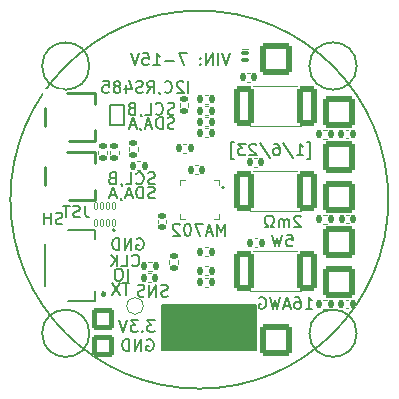
<source format=gbo>
G04 #@! TF.GenerationSoftware,KiCad,Pcbnew,(6.0.7-1)-1*
G04 #@! TF.CreationDate,2023-01-06T02:07:54-05:00*
G04 #@! TF.ProjectId,O32controller,4f333263-6f6e-4747-926f-6c6c65722e6b,rev?*
G04 #@! TF.SameCoordinates,Original*
G04 #@! TF.FileFunction,Legend,Bot*
G04 #@! TF.FilePolarity,Positive*
%FSLAX46Y46*%
G04 Gerber Fmt 4.6, Leading zero omitted, Abs format (unit mm)*
G04 Created by KiCad (PCBNEW (6.0.7-1)-1) date 2023-01-06 02:07:54*
%MOMM*%
%LPD*%
G01*
G04 APERTURE LIST*
G04 Aperture macros list*
%AMRoundRect*
0 Rectangle with rounded corners*
0 $1 Rounding radius*
0 $2 $3 $4 $5 $6 $7 $8 $9 X,Y pos of 4 corners*
0 Add a 4 corners polygon primitive as box body*
4,1,4,$2,$3,$4,$5,$6,$7,$8,$9,$2,$3,0*
0 Add four circle primitives for the rounded corners*
1,1,$1+$1,$2,$3*
1,1,$1+$1,$4,$5*
1,1,$1+$1,$6,$7*
1,1,$1+$1,$8,$9*
0 Add four rect primitives between the rounded corners*
20,1,$1+$1,$2,$3,$4,$5,0*
20,1,$1+$1,$4,$5,$6,$7,0*
20,1,$1+$1,$6,$7,$8,$9,0*
20,1,$1+$1,$8,$9,$2,$3,0*%
G04 Aperture macros list end*
%ADD10C,0.150000*%
%ADD11C,0.120000*%
%ADD12C,0.200000*%
%ADD13C,0.127000*%
%ADD14C,0.300000*%
%ADD15C,0.254000*%
%ADD16RoundRect,0.140000X-0.140000X-0.170000X0.140000X-0.170000X0.140000X0.170000X-0.140000X0.170000X0*%
%ADD17RoundRect,0.269607X-1.105393X-1.105393X1.105393X-1.105393X1.105393X1.105393X-1.105393X1.105393X0*%
%ADD18C,0.700000*%
%ADD19RoundRect,0.176470X-0.723530X-0.723530X0.723530X-0.723530X0.723530X0.723530X-0.723530X0.723530X0*%
%ADD20RoundRect,0.135000X0.135000X0.185000X-0.135000X0.185000X-0.135000X-0.185000X0.135000X-0.185000X0*%
%ADD21RoundRect,0.140000X0.140000X0.170000X-0.140000X0.170000X-0.140000X-0.170000X0.140000X-0.170000X0*%
%ADD22R,0.711200X0.254000*%
%ADD23R,0.254000X0.711200*%
%ADD24R,1.701800X1.701800*%
%ADD25RoundRect,0.135000X-0.185000X0.135000X-0.185000X-0.135000X0.185000X-0.135000X0.185000X0.135000X0*%
%ADD26RoundRect,0.050000X0.100000X-0.285000X0.100000X0.285000X-0.100000X0.285000X-0.100000X-0.285000X0*%
%ADD27RoundRect,0.135000X-0.135000X-0.185000X0.135000X-0.185000X0.135000X0.185000X-0.135000X0.185000X0*%
%ADD28RoundRect,0.140000X-0.170000X0.140000X-0.170000X-0.140000X0.170000X-0.140000X0.170000X0.140000X0*%
%ADD29R,1.550000X0.600000*%
%ADD30R,1.800000X1.200000*%
%ADD31RoundRect,0.255000X0.595000X1.445000X-0.595000X1.445000X-0.595000X-1.445000X0.595000X-1.445000X0*%
%ADD32RoundRect,0.087500X-0.212500X0.087500X-0.212500X-0.087500X0.212500X-0.087500X0.212500X0.087500X0*%
%ADD33C,1.000000*%
%ADD34RoundRect,0.135000X0.185000X-0.135000X0.185000X0.135000X-0.185000X0.135000X-0.185000X-0.135000X0*%
G04 APERTURE END LIST*
D10*
X40686000Y-61314000D02*
G75*
G03*
X40686000Y-61314000I-2000000J0D01*
G01*
X43650000Y-43650000D02*
X42450000Y-43650000D01*
X42450000Y-43650000D02*
X42450000Y-41950000D01*
X42450000Y-41950000D02*
X43650000Y-41950000D01*
X43650000Y-41950000D02*
X43650000Y-43650000D01*
X63314000Y-61314000D02*
G75*
G03*
X63314000Y-61314000I-2000000J0D01*
G01*
X40686000Y-38686000D02*
G75*
G03*
X40686000Y-38686000I-2000000J0D01*
G01*
X66000000Y-50000000D02*
G75*
G03*
X66000000Y-50000000I-16000000J0D01*
G01*
X46850000Y-62700000D02*
X54800000Y-62700000D01*
X54800000Y-62700000D02*
X54800000Y-58900000D01*
X54800000Y-58900000D02*
X46850000Y-58900000D01*
X46850000Y-58900000D02*
X46850000Y-62700000D01*
G36*
X46850000Y-62700000D02*
G01*
X54800000Y-62700000D01*
X54800000Y-58900000D01*
X46850000Y-58900000D01*
X46850000Y-62700000D01*
G37*
X63314000Y-38686000D02*
G75*
G03*
X63314000Y-38686000I-2000000J0D01*
G01*
X47880952Y-43954761D02*
X47738095Y-44002380D01*
X47500000Y-44002380D01*
X47404761Y-43954761D01*
X47357142Y-43907142D01*
X47309523Y-43811904D01*
X47309523Y-43716666D01*
X47357142Y-43621428D01*
X47404761Y-43573809D01*
X47500000Y-43526190D01*
X47690476Y-43478571D01*
X47785714Y-43430952D01*
X47833333Y-43383333D01*
X47880952Y-43288095D01*
X47880952Y-43192857D01*
X47833333Y-43097619D01*
X47785714Y-43050000D01*
X47690476Y-43002380D01*
X47452380Y-43002380D01*
X47309523Y-43050000D01*
X46880952Y-44002380D02*
X46880952Y-43002380D01*
X46642857Y-43002380D01*
X46500000Y-43050000D01*
X46404761Y-43145238D01*
X46357142Y-43240476D01*
X46309523Y-43430952D01*
X46309523Y-43573809D01*
X46357142Y-43764285D01*
X46404761Y-43859523D01*
X46500000Y-43954761D01*
X46642857Y-44002380D01*
X46880952Y-44002380D01*
X45928571Y-43716666D02*
X45452380Y-43716666D01*
X46023809Y-44002380D02*
X45690476Y-43002380D01*
X45357142Y-44002380D01*
X44976190Y-43954761D02*
X44976190Y-44002380D01*
X45023809Y-44097619D01*
X45071428Y-44145238D01*
X44595238Y-43716666D02*
X44119047Y-43716666D01*
X44690476Y-44002380D02*
X44357142Y-43002380D01*
X44023809Y-44002380D01*
X47878571Y-42754761D02*
X47735714Y-42802380D01*
X47497619Y-42802380D01*
X47402380Y-42754761D01*
X47354761Y-42707142D01*
X47307142Y-42611904D01*
X47307142Y-42516666D01*
X47354761Y-42421428D01*
X47402380Y-42373809D01*
X47497619Y-42326190D01*
X47688095Y-42278571D01*
X47783333Y-42230952D01*
X47830952Y-42183333D01*
X47878571Y-42088095D01*
X47878571Y-41992857D01*
X47830952Y-41897619D01*
X47783333Y-41850000D01*
X47688095Y-41802380D01*
X47450000Y-41802380D01*
X47307142Y-41850000D01*
X46307142Y-42707142D02*
X46354761Y-42754761D01*
X46497619Y-42802380D01*
X46592857Y-42802380D01*
X46735714Y-42754761D01*
X46830952Y-42659523D01*
X46878571Y-42564285D01*
X46926190Y-42373809D01*
X46926190Y-42230952D01*
X46878571Y-42040476D01*
X46830952Y-41945238D01*
X46735714Y-41850000D01*
X46592857Y-41802380D01*
X46497619Y-41802380D01*
X46354761Y-41850000D01*
X46307142Y-41897619D01*
X45402380Y-42802380D02*
X45878571Y-42802380D01*
X45878571Y-41802380D01*
X45021428Y-42754761D02*
X45021428Y-42802380D01*
X45069047Y-42897619D01*
X45116666Y-42945238D01*
X44259523Y-42278571D02*
X44116666Y-42326190D01*
X44069047Y-42373809D01*
X44021428Y-42469047D01*
X44021428Y-42611904D01*
X44069047Y-42707142D01*
X44116666Y-42754761D01*
X44211904Y-42802380D01*
X44592857Y-42802380D01*
X44592857Y-41802380D01*
X44259523Y-41802380D01*
X44164285Y-41850000D01*
X44116666Y-41897619D01*
X44069047Y-41992857D01*
X44069047Y-42088095D01*
X44116666Y-42183333D01*
X44164285Y-42230952D01*
X44259523Y-42278571D01*
X44592857Y-42278571D01*
X46228571Y-48654761D02*
X46085714Y-48702380D01*
X45847619Y-48702380D01*
X45752380Y-48654761D01*
X45704761Y-48607142D01*
X45657142Y-48511904D01*
X45657142Y-48416666D01*
X45704761Y-48321428D01*
X45752380Y-48273809D01*
X45847619Y-48226190D01*
X46038095Y-48178571D01*
X46133333Y-48130952D01*
X46180952Y-48083333D01*
X46228571Y-47988095D01*
X46228571Y-47892857D01*
X46180952Y-47797619D01*
X46133333Y-47750000D01*
X46038095Y-47702380D01*
X45800000Y-47702380D01*
X45657142Y-47750000D01*
X44657142Y-48607142D02*
X44704761Y-48654761D01*
X44847619Y-48702380D01*
X44942857Y-48702380D01*
X45085714Y-48654761D01*
X45180952Y-48559523D01*
X45228571Y-48464285D01*
X45276190Y-48273809D01*
X45276190Y-48130952D01*
X45228571Y-47940476D01*
X45180952Y-47845238D01*
X45085714Y-47750000D01*
X44942857Y-47702380D01*
X44847619Y-47702380D01*
X44704761Y-47750000D01*
X44657142Y-47797619D01*
X43752380Y-48702380D02*
X44228571Y-48702380D01*
X44228571Y-47702380D01*
X43371428Y-48654761D02*
X43371428Y-48702380D01*
X43419047Y-48797619D01*
X43466666Y-48845238D01*
X42609523Y-48178571D02*
X42466666Y-48226190D01*
X42419047Y-48273809D01*
X42371428Y-48369047D01*
X42371428Y-48511904D01*
X42419047Y-48607142D01*
X42466666Y-48654761D01*
X42561904Y-48702380D01*
X42942857Y-48702380D01*
X42942857Y-47702380D01*
X42609523Y-47702380D01*
X42514285Y-47750000D01*
X42466666Y-47797619D01*
X42419047Y-47892857D01*
X42419047Y-47988095D01*
X42466666Y-48083333D01*
X42514285Y-48130952D01*
X42609523Y-48178571D01*
X42942857Y-48178571D01*
X52590476Y-37602380D02*
X52257142Y-38602380D01*
X51923809Y-37602380D01*
X51590476Y-38602380D02*
X51590476Y-37602380D01*
X51114285Y-38602380D02*
X51114285Y-37602380D01*
X50542857Y-38602380D01*
X50542857Y-37602380D01*
X50066666Y-38507142D02*
X50019047Y-38554761D01*
X50066666Y-38602380D01*
X50114285Y-38554761D01*
X50066666Y-38507142D01*
X50066666Y-38602380D01*
X50066666Y-37983333D02*
X50019047Y-38030952D01*
X50066666Y-38078571D01*
X50114285Y-38030952D01*
X50066666Y-37983333D01*
X50066666Y-38078571D01*
X48923809Y-37602380D02*
X48257142Y-37602380D01*
X48685714Y-38602380D01*
X47876190Y-38221428D02*
X47114285Y-38221428D01*
X46114285Y-38602380D02*
X46685714Y-38602380D01*
X46400000Y-38602380D02*
X46400000Y-37602380D01*
X46495238Y-37745238D01*
X46590476Y-37840476D01*
X46685714Y-37888095D01*
X45209523Y-37602380D02*
X45685714Y-37602380D01*
X45733333Y-38078571D01*
X45685714Y-38030952D01*
X45590476Y-37983333D01*
X45352380Y-37983333D01*
X45257142Y-38030952D01*
X45209523Y-38078571D01*
X45161904Y-38173809D01*
X45161904Y-38411904D01*
X45209523Y-38507142D01*
X45257142Y-38554761D01*
X45352380Y-38602380D01*
X45590476Y-38602380D01*
X45685714Y-38554761D01*
X45733333Y-38507142D01*
X44876190Y-37602380D02*
X44542857Y-38602380D01*
X44209523Y-37602380D01*
X44061904Y-57052380D02*
X43490476Y-57052380D01*
X43776190Y-58052380D02*
X43776190Y-57052380D01*
X43252380Y-57052380D02*
X42585714Y-58052380D01*
X42585714Y-57052380D02*
X43252380Y-58052380D01*
X58990476Y-59252380D02*
X59561904Y-59252380D01*
X59276190Y-59252380D02*
X59276190Y-58252380D01*
X59371428Y-58395238D01*
X59466666Y-58490476D01*
X59561904Y-58538095D01*
X58133333Y-58252380D02*
X58323809Y-58252380D01*
X58419047Y-58300000D01*
X58466666Y-58347619D01*
X58561904Y-58490476D01*
X58609523Y-58680952D01*
X58609523Y-59061904D01*
X58561904Y-59157142D01*
X58514285Y-59204761D01*
X58419047Y-59252380D01*
X58228571Y-59252380D01*
X58133333Y-59204761D01*
X58085714Y-59157142D01*
X58038095Y-59061904D01*
X58038095Y-58823809D01*
X58085714Y-58728571D01*
X58133333Y-58680952D01*
X58228571Y-58633333D01*
X58419047Y-58633333D01*
X58514285Y-58680952D01*
X58561904Y-58728571D01*
X58609523Y-58823809D01*
X57657142Y-58966666D02*
X57180952Y-58966666D01*
X57752380Y-59252380D02*
X57419047Y-58252380D01*
X57085714Y-59252380D01*
X56847619Y-58252380D02*
X56609523Y-59252380D01*
X56419047Y-58538095D01*
X56228571Y-59252380D01*
X55990476Y-58252380D01*
X55085714Y-58300000D02*
X55180952Y-58252380D01*
X55323809Y-58252380D01*
X55466666Y-58300000D01*
X55561904Y-58395238D01*
X55609523Y-58490476D01*
X55657142Y-58680952D01*
X55657142Y-58823809D01*
X55609523Y-59014285D01*
X55561904Y-59109523D01*
X55466666Y-59204761D01*
X55323809Y-59252380D01*
X55228571Y-59252380D01*
X55085714Y-59204761D01*
X55038095Y-59157142D01*
X55038095Y-58823809D01*
X55228571Y-58823809D01*
X46226190Y-60202380D02*
X45607142Y-60202380D01*
X45940476Y-60583333D01*
X45797619Y-60583333D01*
X45702380Y-60630952D01*
X45654761Y-60678571D01*
X45607142Y-60773809D01*
X45607142Y-61011904D01*
X45654761Y-61107142D01*
X45702380Y-61154761D01*
X45797619Y-61202380D01*
X46083333Y-61202380D01*
X46178571Y-61154761D01*
X46226190Y-61107142D01*
X45178571Y-61107142D02*
X45130952Y-61154761D01*
X45178571Y-61202380D01*
X45226190Y-61154761D01*
X45178571Y-61107142D01*
X45178571Y-61202380D01*
X44797619Y-60202380D02*
X44178571Y-60202380D01*
X44511904Y-60583333D01*
X44369047Y-60583333D01*
X44273809Y-60630952D01*
X44226190Y-60678571D01*
X44178571Y-60773809D01*
X44178571Y-61011904D01*
X44226190Y-61107142D01*
X44273809Y-61154761D01*
X44369047Y-61202380D01*
X44654761Y-61202380D01*
X44750000Y-61154761D01*
X44797619Y-61107142D01*
X43892857Y-60202380D02*
X43559523Y-61202380D01*
X43226190Y-60202380D01*
X44295238Y-55557142D02*
X44342857Y-55604761D01*
X44485714Y-55652380D01*
X44580952Y-55652380D01*
X44723809Y-55604761D01*
X44819047Y-55509523D01*
X44866666Y-55414285D01*
X44914285Y-55223809D01*
X44914285Y-55080952D01*
X44866666Y-54890476D01*
X44819047Y-54795238D01*
X44723809Y-54700000D01*
X44580952Y-54652380D01*
X44485714Y-54652380D01*
X44342857Y-54700000D01*
X44295238Y-54747619D01*
X43390476Y-55652380D02*
X43866666Y-55652380D01*
X43866666Y-54652380D01*
X43057142Y-55652380D02*
X43057142Y-54652380D01*
X42485714Y-55652380D02*
X42914285Y-55080952D01*
X42485714Y-54652380D02*
X43057142Y-55223809D01*
X46230952Y-49854761D02*
X46088095Y-49902380D01*
X45850000Y-49902380D01*
X45754761Y-49854761D01*
X45707142Y-49807142D01*
X45659523Y-49711904D01*
X45659523Y-49616666D01*
X45707142Y-49521428D01*
X45754761Y-49473809D01*
X45850000Y-49426190D01*
X46040476Y-49378571D01*
X46135714Y-49330952D01*
X46183333Y-49283333D01*
X46230952Y-49188095D01*
X46230952Y-49092857D01*
X46183333Y-48997619D01*
X46135714Y-48950000D01*
X46040476Y-48902380D01*
X45802380Y-48902380D01*
X45659523Y-48950000D01*
X45230952Y-49902380D02*
X45230952Y-48902380D01*
X44992857Y-48902380D01*
X44850000Y-48950000D01*
X44754761Y-49045238D01*
X44707142Y-49140476D01*
X44659523Y-49330952D01*
X44659523Y-49473809D01*
X44707142Y-49664285D01*
X44754761Y-49759523D01*
X44850000Y-49854761D01*
X44992857Y-49902380D01*
X45230952Y-49902380D01*
X44278571Y-49616666D02*
X43802380Y-49616666D01*
X44373809Y-49902380D02*
X44040476Y-48902380D01*
X43707142Y-49902380D01*
X43326190Y-49854761D02*
X43326190Y-49902380D01*
X43373809Y-49997619D01*
X43421428Y-50045238D01*
X42945238Y-49616666D02*
X42469047Y-49616666D01*
X43040476Y-49902380D02*
X42707142Y-48902380D01*
X42373809Y-49902380D01*
X43923809Y-56852380D02*
X43923809Y-55852380D01*
X43257142Y-55852380D02*
X43066666Y-55852380D01*
X42971428Y-55900000D01*
X42876190Y-55995238D01*
X42828571Y-56185714D01*
X42828571Y-56519047D01*
X42876190Y-56709523D01*
X42971428Y-56804761D01*
X43066666Y-56852380D01*
X43257142Y-56852380D01*
X43352380Y-56804761D01*
X43447619Y-56709523D01*
X43495238Y-56519047D01*
X43495238Y-56185714D01*
X43447619Y-55995238D01*
X43352380Y-55900000D01*
X43257142Y-55852380D01*
X49069047Y-40952380D02*
X49069047Y-39952380D01*
X48640476Y-40047619D02*
X48592857Y-40000000D01*
X48497619Y-39952380D01*
X48259523Y-39952380D01*
X48164285Y-40000000D01*
X48116666Y-40047619D01*
X48069047Y-40142857D01*
X48069047Y-40238095D01*
X48116666Y-40380952D01*
X48688095Y-40952380D01*
X48069047Y-40952380D01*
X47069047Y-40857142D02*
X47116666Y-40904761D01*
X47259523Y-40952380D01*
X47354761Y-40952380D01*
X47497619Y-40904761D01*
X47592857Y-40809523D01*
X47640476Y-40714285D01*
X47688095Y-40523809D01*
X47688095Y-40380952D01*
X47640476Y-40190476D01*
X47592857Y-40095238D01*
X47497619Y-40000000D01*
X47354761Y-39952380D01*
X47259523Y-39952380D01*
X47116666Y-40000000D01*
X47069047Y-40047619D01*
X46592857Y-40904761D02*
X46592857Y-40952380D01*
X46640476Y-41047619D01*
X46688095Y-41095238D01*
X45592857Y-40952380D02*
X45926190Y-40476190D01*
X46164285Y-40952380D02*
X46164285Y-39952380D01*
X45783333Y-39952380D01*
X45688095Y-40000000D01*
X45640476Y-40047619D01*
X45592857Y-40142857D01*
X45592857Y-40285714D01*
X45640476Y-40380952D01*
X45688095Y-40428571D01*
X45783333Y-40476190D01*
X46164285Y-40476190D01*
X45211904Y-40904761D02*
X45069047Y-40952380D01*
X44830952Y-40952380D01*
X44735714Y-40904761D01*
X44688095Y-40857142D01*
X44640476Y-40761904D01*
X44640476Y-40666666D01*
X44688095Y-40571428D01*
X44735714Y-40523809D01*
X44830952Y-40476190D01*
X45021428Y-40428571D01*
X45116666Y-40380952D01*
X45164285Y-40333333D01*
X45211904Y-40238095D01*
X45211904Y-40142857D01*
X45164285Y-40047619D01*
X45116666Y-40000000D01*
X45021428Y-39952380D01*
X44783333Y-39952380D01*
X44640476Y-40000000D01*
X43783333Y-40285714D02*
X43783333Y-40952380D01*
X44021428Y-39904761D02*
X44259523Y-40619047D01*
X43640476Y-40619047D01*
X43116666Y-40380952D02*
X43211904Y-40333333D01*
X43259523Y-40285714D01*
X43307142Y-40190476D01*
X43307142Y-40142857D01*
X43259523Y-40047619D01*
X43211904Y-40000000D01*
X43116666Y-39952380D01*
X42926190Y-39952380D01*
X42830952Y-40000000D01*
X42783333Y-40047619D01*
X42735714Y-40142857D01*
X42735714Y-40190476D01*
X42783333Y-40285714D01*
X42830952Y-40333333D01*
X42926190Y-40380952D01*
X43116666Y-40380952D01*
X43211904Y-40428571D01*
X43259523Y-40476190D01*
X43307142Y-40571428D01*
X43307142Y-40761904D01*
X43259523Y-40857142D01*
X43211904Y-40904761D01*
X43116666Y-40952380D01*
X42926190Y-40952380D01*
X42830952Y-40904761D01*
X42783333Y-40857142D01*
X42735714Y-40761904D01*
X42735714Y-40571428D01*
X42783333Y-40476190D01*
X42830952Y-40428571D01*
X42926190Y-40380952D01*
X41830952Y-39952380D02*
X42307142Y-39952380D01*
X42354761Y-40428571D01*
X42307142Y-40380952D01*
X42211904Y-40333333D01*
X41973809Y-40333333D01*
X41878571Y-40380952D01*
X41830952Y-40428571D01*
X41783333Y-40523809D01*
X41783333Y-40761904D01*
X41830952Y-40857142D01*
X41878571Y-40904761D01*
X41973809Y-40952380D01*
X42211904Y-40952380D01*
X42307142Y-40904761D01*
X42354761Y-40857142D01*
X44711904Y-53300000D02*
X44807142Y-53252380D01*
X44950000Y-53252380D01*
X45092857Y-53300000D01*
X45188095Y-53395238D01*
X45235714Y-53490476D01*
X45283333Y-53680952D01*
X45283333Y-53823809D01*
X45235714Y-54014285D01*
X45188095Y-54109523D01*
X45092857Y-54204761D01*
X44950000Y-54252380D01*
X44854761Y-54252380D01*
X44711904Y-54204761D01*
X44664285Y-54157142D01*
X44664285Y-53823809D01*
X44854761Y-53823809D01*
X44235714Y-54252380D02*
X44235714Y-53252380D01*
X43664285Y-54252380D01*
X43664285Y-53252380D01*
X43188095Y-54252380D02*
X43188095Y-53252380D01*
X42950000Y-53252380D01*
X42807142Y-53300000D01*
X42711904Y-53395238D01*
X42664285Y-53490476D01*
X42616666Y-53680952D01*
X42616666Y-53823809D01*
X42664285Y-54014285D01*
X42711904Y-54109523D01*
X42807142Y-54204761D01*
X42950000Y-54252380D01*
X43188095Y-54252380D01*
X38409523Y-52054761D02*
X38266666Y-52102380D01*
X38028571Y-52102380D01*
X37933333Y-52054761D01*
X37885714Y-52007142D01*
X37838095Y-51911904D01*
X37838095Y-51816666D01*
X37885714Y-51721428D01*
X37933333Y-51673809D01*
X38028571Y-51626190D01*
X38219047Y-51578571D01*
X38314285Y-51530952D01*
X38361904Y-51483333D01*
X38409523Y-51388095D01*
X38409523Y-51292857D01*
X38361904Y-51197619D01*
X38314285Y-51150000D01*
X38219047Y-51102380D01*
X37980952Y-51102380D01*
X37838095Y-51150000D01*
X37409523Y-52102380D02*
X37409523Y-51102380D01*
X37409523Y-51578571D02*
X36838095Y-51578571D01*
X36838095Y-52102380D02*
X36838095Y-51102380D01*
X58592857Y-51442619D02*
X58545238Y-51395000D01*
X58450000Y-51347380D01*
X58211904Y-51347380D01*
X58116666Y-51395000D01*
X58069047Y-51442619D01*
X58021428Y-51537857D01*
X58021428Y-51633095D01*
X58069047Y-51775952D01*
X58640476Y-52347380D01*
X58021428Y-52347380D01*
X57592857Y-52347380D02*
X57592857Y-51680714D01*
X57592857Y-51775952D02*
X57545238Y-51728333D01*
X57450000Y-51680714D01*
X57307142Y-51680714D01*
X57211904Y-51728333D01*
X57164285Y-51823571D01*
X57164285Y-52347380D01*
X57164285Y-51823571D02*
X57116666Y-51728333D01*
X57021428Y-51680714D01*
X56878571Y-51680714D01*
X56783333Y-51728333D01*
X56735714Y-51823571D01*
X56735714Y-52347380D01*
X56307142Y-52347380D02*
X56069047Y-52347380D01*
X56069047Y-52156904D01*
X56164285Y-52109285D01*
X56259523Y-52014047D01*
X56307142Y-51871190D01*
X56307142Y-51633095D01*
X56259523Y-51490238D01*
X56164285Y-51395000D01*
X56021428Y-51347380D01*
X55830952Y-51347380D01*
X55688095Y-51395000D01*
X55592857Y-51490238D01*
X55545238Y-51633095D01*
X55545238Y-51871190D01*
X55592857Y-52014047D01*
X55688095Y-52109285D01*
X55783333Y-52156904D01*
X55783333Y-52347380D01*
X55545238Y-52347380D01*
X57402380Y-52957380D02*
X57878571Y-52957380D01*
X57926190Y-53433571D01*
X57878571Y-53385952D01*
X57783333Y-53338333D01*
X57545238Y-53338333D01*
X57450000Y-53385952D01*
X57402380Y-53433571D01*
X57354761Y-53528809D01*
X57354761Y-53766904D01*
X57402380Y-53862142D01*
X57450000Y-53909761D01*
X57545238Y-53957380D01*
X57783333Y-53957380D01*
X57878571Y-53909761D01*
X57926190Y-53862142D01*
X57021428Y-52957380D02*
X56783333Y-53957380D01*
X56592857Y-53243095D01*
X56402380Y-53957380D01*
X56164285Y-52957380D01*
X59145238Y-46585714D02*
X59383333Y-46585714D01*
X59383333Y-45157142D01*
X59145238Y-45157142D01*
X58240476Y-46252380D02*
X58811904Y-46252380D01*
X58526190Y-46252380D02*
X58526190Y-45252380D01*
X58621428Y-45395238D01*
X58716666Y-45490476D01*
X58811904Y-45538095D01*
X57097619Y-45204761D02*
X57954761Y-46490476D01*
X56335714Y-45252380D02*
X56526190Y-45252380D01*
X56621428Y-45300000D01*
X56669047Y-45347619D01*
X56764285Y-45490476D01*
X56811904Y-45680952D01*
X56811904Y-46061904D01*
X56764285Y-46157142D01*
X56716666Y-46204761D01*
X56621428Y-46252380D01*
X56430952Y-46252380D01*
X56335714Y-46204761D01*
X56288095Y-46157142D01*
X56240476Y-46061904D01*
X56240476Y-45823809D01*
X56288095Y-45728571D01*
X56335714Y-45680952D01*
X56430952Y-45633333D01*
X56621428Y-45633333D01*
X56716666Y-45680952D01*
X56764285Y-45728571D01*
X56811904Y-45823809D01*
X55097619Y-45204761D02*
X55954761Y-46490476D01*
X54811904Y-45347619D02*
X54764285Y-45300000D01*
X54669047Y-45252380D01*
X54430952Y-45252380D01*
X54335714Y-45300000D01*
X54288095Y-45347619D01*
X54240476Y-45442857D01*
X54240476Y-45538095D01*
X54288095Y-45680952D01*
X54859523Y-46252380D01*
X54240476Y-46252380D01*
X53907142Y-45252380D02*
X53288095Y-45252380D01*
X53621428Y-45633333D01*
X53478571Y-45633333D01*
X53383333Y-45680952D01*
X53335714Y-45728571D01*
X53288095Y-45823809D01*
X53288095Y-46061904D01*
X53335714Y-46157142D01*
X53383333Y-46204761D01*
X53478571Y-46252380D01*
X53764285Y-46252380D01*
X53859523Y-46204761D01*
X53907142Y-46157142D01*
X52954761Y-46585714D02*
X52716666Y-46585714D01*
X52716666Y-45157142D01*
X52954761Y-45157142D01*
X40314285Y-50502380D02*
X40314285Y-51216666D01*
X40361904Y-51359523D01*
X40457142Y-51454761D01*
X40600000Y-51502380D01*
X40695238Y-51502380D01*
X39885714Y-51454761D02*
X39742857Y-51502380D01*
X39504761Y-51502380D01*
X39409523Y-51454761D01*
X39361904Y-51407142D01*
X39314285Y-51311904D01*
X39314285Y-51216666D01*
X39361904Y-51121428D01*
X39409523Y-51073809D01*
X39504761Y-51026190D01*
X39695238Y-50978571D01*
X39790476Y-50930952D01*
X39838095Y-50883333D01*
X39885714Y-50788095D01*
X39885714Y-50692857D01*
X39838095Y-50597619D01*
X39790476Y-50550000D01*
X39695238Y-50502380D01*
X39457142Y-50502380D01*
X39314285Y-50550000D01*
X39028571Y-50502380D02*
X38457142Y-50502380D01*
X38742857Y-51502380D02*
X38742857Y-50502380D01*
X45561904Y-61850000D02*
X45657142Y-61802380D01*
X45800000Y-61802380D01*
X45942857Y-61850000D01*
X46038095Y-61945238D01*
X46085714Y-62040476D01*
X46133333Y-62230952D01*
X46133333Y-62373809D01*
X46085714Y-62564285D01*
X46038095Y-62659523D01*
X45942857Y-62754761D01*
X45800000Y-62802380D01*
X45704761Y-62802380D01*
X45561904Y-62754761D01*
X45514285Y-62707142D01*
X45514285Y-62373809D01*
X45704761Y-62373809D01*
X45085714Y-62802380D02*
X45085714Y-61802380D01*
X44514285Y-62802380D01*
X44514285Y-61802380D01*
X44038095Y-62802380D02*
X44038095Y-61802380D01*
X43800000Y-61802380D01*
X43657142Y-61850000D01*
X43561904Y-61945238D01*
X43514285Y-62040476D01*
X43466666Y-62230952D01*
X43466666Y-62373809D01*
X43514285Y-62564285D01*
X43561904Y-62659523D01*
X43657142Y-62754761D01*
X43800000Y-62802380D01*
X44038095Y-62802380D01*
X52190476Y-53052380D02*
X52190476Y-52052380D01*
X51857142Y-52766666D01*
X51523809Y-52052380D01*
X51523809Y-53052380D01*
X51095238Y-52766666D02*
X50619047Y-52766666D01*
X51190476Y-53052380D02*
X50857142Y-52052380D01*
X50523809Y-53052380D01*
X50285714Y-52052380D02*
X49619047Y-52052380D01*
X50047619Y-53052380D01*
X49047619Y-52052380D02*
X48952380Y-52052380D01*
X48857142Y-52100000D01*
X48809523Y-52147619D01*
X48761904Y-52242857D01*
X48714285Y-52433333D01*
X48714285Y-52671428D01*
X48761904Y-52861904D01*
X48809523Y-52957142D01*
X48857142Y-53004761D01*
X48952380Y-53052380D01*
X49047619Y-53052380D01*
X49142857Y-53004761D01*
X49190476Y-52957142D01*
X49238095Y-52861904D01*
X49285714Y-52671428D01*
X49285714Y-52433333D01*
X49238095Y-52242857D01*
X49190476Y-52147619D01*
X49142857Y-52100000D01*
X49047619Y-52052380D01*
X48333333Y-52147619D02*
X48285714Y-52100000D01*
X48190476Y-52052380D01*
X47952380Y-52052380D01*
X47857142Y-52100000D01*
X47809523Y-52147619D01*
X47761904Y-52242857D01*
X47761904Y-52338095D01*
X47809523Y-52480952D01*
X48380952Y-53052380D01*
X47761904Y-53052380D01*
X47335714Y-58154761D02*
X47192857Y-58202380D01*
X46954761Y-58202380D01*
X46859523Y-58154761D01*
X46811904Y-58107142D01*
X46764285Y-58011904D01*
X46764285Y-57916666D01*
X46811904Y-57821428D01*
X46859523Y-57773809D01*
X46954761Y-57726190D01*
X47145238Y-57678571D01*
X47240476Y-57630952D01*
X47288095Y-57583333D01*
X47335714Y-57488095D01*
X47335714Y-57392857D01*
X47288095Y-57297619D01*
X47240476Y-57250000D01*
X47145238Y-57202380D01*
X46907142Y-57202380D01*
X46764285Y-57250000D01*
X46335714Y-58202380D02*
X46335714Y-57202380D01*
X45764285Y-58202380D01*
X45764285Y-57202380D01*
X45335714Y-58154761D02*
X45192857Y-58202380D01*
X44954761Y-58202380D01*
X44859523Y-58154761D01*
X44811904Y-58107142D01*
X44764285Y-58011904D01*
X44764285Y-57916666D01*
X44811904Y-57821428D01*
X44859523Y-57773809D01*
X44954761Y-57726190D01*
X45145238Y-57678571D01*
X45240476Y-57630952D01*
X45288095Y-57583333D01*
X45335714Y-57488095D01*
X45335714Y-57392857D01*
X45288095Y-57297619D01*
X45240476Y-57250000D01*
X45145238Y-57202380D01*
X44907142Y-57202380D01*
X44764285Y-57250000D01*
D11*
X45692164Y-56240000D02*
X45907836Y-56240000D01*
X45692164Y-56960000D02*
X45907836Y-56960000D01*
X50753641Y-44730000D02*
X50446359Y-44730000D01*
X50753641Y-43970000D02*
X50446359Y-43970000D01*
X62612836Y-44810000D02*
X62397164Y-44810000D01*
X62612836Y-44090000D02*
X62397164Y-44090000D01*
X54907836Y-54010000D02*
X54692164Y-54010000D01*
X54907836Y-53290000D02*
X54692164Y-53290000D01*
X50753641Y-41130000D02*
X50446359Y-41130000D01*
X50753641Y-41890000D02*
X50446359Y-41890000D01*
X49642164Y-47810000D02*
X49857836Y-47810000D01*
X49642164Y-47090000D02*
X49857836Y-47090000D01*
X54257836Y-39290000D02*
X54042164Y-39290000D01*
X54257836Y-40010000D02*
X54042164Y-40010000D01*
X62607836Y-58490000D02*
X62392164Y-58490000D01*
X62607836Y-59210000D02*
X62392164Y-59210000D01*
X48323600Y-48323600D02*
X48790259Y-48323600D01*
X51676400Y-48323600D02*
X51676400Y-48790259D01*
X51209741Y-48323600D02*
X51676400Y-48323600D01*
X48790259Y-51676400D02*
X48323600Y-51676400D01*
X51676400Y-51676400D02*
X51209741Y-51676400D01*
X48323600Y-51676400D02*
X48323600Y-51209741D01*
X51676400Y-51209741D02*
X51676400Y-51676400D01*
X48323600Y-48790259D02*
X48323600Y-48323600D01*
D12*
X52100000Y-48950000D02*
G75*
G03*
X52100000Y-48950000I-100000J0D01*
G01*
D11*
X49080000Y-41846359D02*
X49080000Y-42153641D01*
X48320000Y-41846359D02*
X48320000Y-42153641D01*
D12*
X42850000Y-52600000D02*
G75*
G03*
X42850000Y-52600000I-100000J0D01*
G01*
D11*
X50446359Y-43780000D02*
X50753641Y-43780000D01*
X50446359Y-43020000D02*
X50753641Y-43020000D01*
X47210000Y-51742164D02*
X47210000Y-51957836D01*
X46490000Y-51742164D02*
X46490000Y-51957836D01*
X50753641Y-55620000D02*
X50446359Y-55620000D01*
X50753641Y-56380000D02*
X50446359Y-56380000D01*
X42420000Y-45846359D02*
X42420000Y-46153641D01*
X43180000Y-45846359D02*
X43180000Y-46153641D01*
D13*
X41175000Y-57750000D02*
X41175000Y-58550000D01*
X36925000Y-57350000D02*
X36925000Y-53750000D01*
X41175000Y-58550000D02*
X38900000Y-58550000D01*
X41175000Y-52550000D02*
X38900000Y-52550000D01*
X41175000Y-53350000D02*
X41175000Y-52550000D01*
D14*
X41985000Y-58000000D02*
G75*
G03*
X41985000Y-58000000I-100000J0D01*
G01*
D11*
X62627836Y-51290000D02*
X62412164Y-51290000D01*
X62627836Y-52010000D02*
X62412164Y-52010000D01*
X58627064Y-57760000D02*
X54272936Y-57760000D01*
X58627064Y-54340000D02*
X54272936Y-54340000D01*
X44780000Y-45546359D02*
X44780000Y-45853641D01*
X44020000Y-45546359D02*
X44020000Y-45853641D01*
D15*
X41155000Y-46000000D02*
X41155000Y-46900000D01*
X36905000Y-48767000D02*
X36905000Y-47278000D01*
X41155000Y-50000000D02*
X38942000Y-50000000D01*
X41155000Y-50000000D02*
X41155000Y-49145000D01*
X41155000Y-46000000D02*
X38808000Y-46000000D01*
D11*
X60803641Y-51270000D02*
X60496359Y-51270000D01*
X60803641Y-52030000D02*
X60496359Y-52030000D01*
X54877836Y-47210000D02*
X54662164Y-47210000D01*
X54877836Y-46490000D02*
X54662164Y-46490000D01*
X50446359Y-42840000D02*
X50753641Y-42840000D01*
X50446359Y-42080000D02*
X50753641Y-42080000D01*
X48230000Y-55146359D02*
X48230000Y-55453641D01*
X47470000Y-55146359D02*
X47470000Y-55453641D01*
X60803641Y-58470000D02*
X60496359Y-58470000D01*
X60803641Y-59230000D02*
X60496359Y-59230000D01*
X44696359Y-47530000D02*
X45003641Y-47530000D01*
X44696359Y-46770000D02*
X45003641Y-46770000D01*
X48903641Y-45270000D02*
X48596359Y-45270000D01*
X48903641Y-46030000D02*
X48596359Y-46030000D01*
D15*
X41155000Y-45000000D02*
X41155000Y-44145000D01*
X41155000Y-41000000D02*
X41155000Y-41900000D01*
X36905000Y-43767000D02*
X36905000Y-42278000D01*
X41155000Y-45000000D02*
X38942000Y-45000000D01*
X41155000Y-41000000D02*
X38808000Y-41000000D01*
D11*
X50446359Y-54780000D02*
X50753641Y-54780000D01*
X50446359Y-54020000D02*
X50753641Y-54020000D01*
X58627064Y-40340000D02*
X54272936Y-40340000D01*
X58627064Y-43760000D02*
X54272936Y-43760000D01*
X50753641Y-57380000D02*
X50446359Y-57380000D01*
X50753641Y-56620000D02*
X50446359Y-56620000D01*
X53600000Y-37265000D02*
X54100000Y-37265000D01*
X45646359Y-56030000D02*
X45953641Y-56030000D01*
X45646359Y-55270000D02*
X45953641Y-55270000D01*
X60808641Y-44070000D02*
X60501359Y-44070000D01*
X60808641Y-44830000D02*
X60501359Y-44830000D01*
X45250000Y-59000000D02*
G75*
G03*
X45250000Y-59000000I-700000J0D01*
G01*
X41420000Y-46153641D02*
X41420000Y-45846359D01*
X42180000Y-46153641D02*
X42180000Y-45846359D01*
X58627064Y-50960000D02*
X54272936Y-50960000D01*
X58627064Y-47540000D02*
X54272936Y-47540000D01*
%LPC*%
D16*
X45320000Y-56600000D03*
X46280000Y-56600000D03*
D17*
X61850000Y-53550000D03*
X61850000Y-49750000D03*
X56450000Y-38100000D03*
D18*
X37750000Y-56750000D03*
X39550000Y-56750000D03*
D19*
X41800000Y-60100000D03*
D17*
X61850000Y-46350000D03*
X61850000Y-42550000D03*
D19*
X41800000Y-62350000D03*
D17*
X56450000Y-61900000D03*
X61850000Y-56950000D03*
D20*
X51110000Y-44350000D03*
X50090000Y-44350000D03*
D21*
X62985000Y-44450000D03*
X62025000Y-44450000D03*
X55280000Y-53650000D03*
X54320000Y-53650000D03*
D20*
X51110000Y-41510000D03*
X50090000Y-41510000D03*
D16*
X49270000Y-47450000D03*
X50230000Y-47450000D03*
D21*
X54630000Y-39650000D03*
X53670000Y-39650000D03*
X62980000Y-58850000D03*
X62020000Y-58850000D03*
D22*
X51450000Y-49249999D03*
X51450000Y-49750000D03*
X51450000Y-50250000D03*
X51450000Y-50750001D03*
D23*
X50750001Y-51450000D03*
X50250000Y-51450000D03*
X49750000Y-51450000D03*
X49249999Y-51450000D03*
D22*
X48550000Y-50750001D03*
X48550000Y-50250000D03*
X48550000Y-49750000D03*
X48550000Y-49249999D03*
D23*
X49249999Y-48550000D03*
X49750000Y-48550000D03*
X50250000Y-48550000D03*
X50750001Y-48550000D03*
D24*
X50000000Y-50000000D03*
D25*
X48700000Y-41490000D03*
X48700000Y-42510000D03*
D26*
X42750000Y-51990000D03*
X42250000Y-51990000D03*
X41750000Y-51990000D03*
X41250000Y-51990000D03*
X41250000Y-50510000D03*
X41750000Y-50510000D03*
X42250000Y-50510000D03*
X42750000Y-50510000D03*
D27*
X50090000Y-43400000D03*
X51110000Y-43400000D03*
D28*
X46850000Y-51370000D03*
X46850000Y-52330000D03*
D20*
X51110000Y-56000000D03*
X50090000Y-56000000D03*
D25*
X42800000Y-45490000D03*
X42800000Y-46510000D03*
D29*
X41500000Y-57050000D03*
X41500000Y-56050000D03*
X41500000Y-55050000D03*
X41500000Y-54050000D03*
D30*
X37625000Y-58350000D03*
X37625000Y-52750000D03*
D21*
X63000000Y-51650000D03*
X62040000Y-51650000D03*
D31*
X59150000Y-56050000D03*
X53750000Y-56050000D03*
D25*
X44400000Y-45190000D03*
X44400000Y-46210000D03*
D29*
X41480000Y-48500000D03*
X41480000Y-47500000D03*
D30*
X37605000Y-49800000D03*
X37605000Y-46200000D03*
D20*
X61160000Y-51650000D03*
X60140000Y-51650000D03*
D21*
X55250000Y-46850000D03*
X54290000Y-46850000D03*
D27*
X50090000Y-42460000D03*
X51110000Y-42460000D03*
D25*
X47850000Y-54790000D03*
X47850000Y-55810000D03*
D20*
X61160000Y-58850000D03*
X60140000Y-58850000D03*
D27*
X44340000Y-47150000D03*
X45360000Y-47150000D03*
D20*
X49260000Y-45650000D03*
X48240000Y-45650000D03*
D29*
X41480000Y-43500000D03*
X41480000Y-42500000D03*
D30*
X37605000Y-44800000D03*
X37605000Y-41200000D03*
D27*
X50090000Y-54400000D03*
X51110000Y-54400000D03*
D31*
X59150000Y-42050000D03*
X53750000Y-42050000D03*
D20*
X51110000Y-57000000D03*
X50090000Y-57000000D03*
D32*
X53850000Y-37550000D03*
X53850000Y-38200000D03*
D27*
X45290000Y-55650000D03*
X46310000Y-55650000D03*
D20*
X61165000Y-44450000D03*
X60145000Y-44450000D03*
D33*
X44550000Y-59000000D03*
D34*
X41800000Y-46510000D03*
X41800000Y-45490000D03*
D31*
X59150000Y-49250000D03*
X53750000Y-49250000D03*
M02*

</source>
